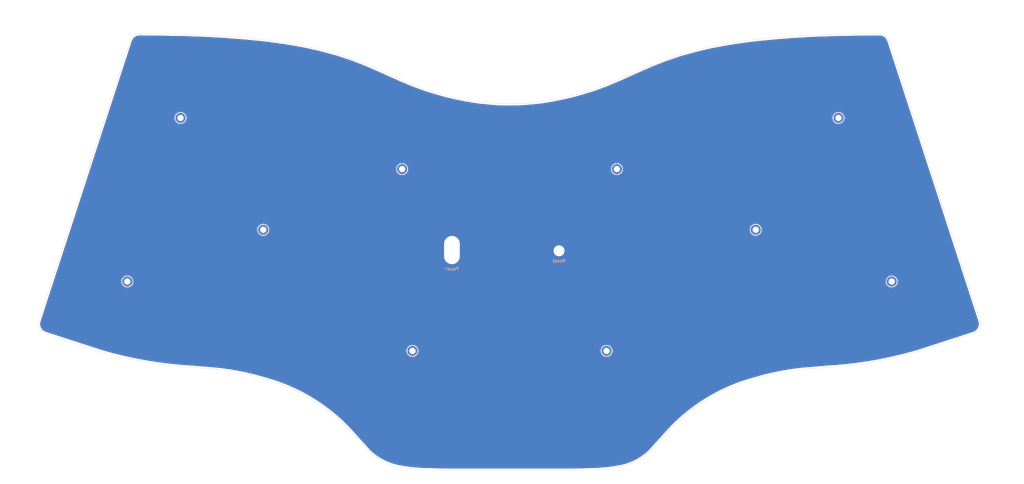
<source format=kicad_pcb>
(kicad_pcb (version 20211014) (generator pcbnew)
  (layers (0 "F.Cu" signal) (31 "B.Cu" signal) (34 "B.Paste" user) (35 "F.Paste" user) (36 "B.SilkS" user "B.Silkscreen") (37 "F.SilkS" user "F.Silkscreen") (38 "B.Mask" user) (39 "F.Mask" user) (44 "Edge.Cuts" user))
  (net 0 "")
  (net 1 "GND")
  (footprint "" (layer "F.Cu") (at 231.875513 114.021168)
    (fp_text reference "" (at 0 0) (layer "F.SilkS") (effects (font (size 1.27 1.27))))
    (fp_text value "" (at 0 0) (layer "F.SilkS") (effects (font (size 1.27 1.27))))
    (pad "" thru_hole circle locked (at 0 0 90) (size 4 4) (drill 3.5) (layers *.Cu *.Mask "Dwgs.User") (clearance 0.3))
  )
  (footprint "" (layer "F.Cu") (at 94.673566 123.775015)
    (fp_text reference "" (at 0 0) (layer "F.SilkS") (effects (font (size 1.27 1.27))))
    (fp_text value "" (at 0 0) (layer "F.SilkS") (effects (font (size 1.27 1.27))))
    (pad "" thru_hole circle locked (at 0 0 90) (size 3.2 3.2) (drill 2) (layers F&B.Cu *.Mask "Dwgs.User") (clearance 0.3))
  )
  (footprint "" (layer "F.Cu") (at 111.578153 71.748037)
    (fp_text reference "" (at 0 0) (layer "F.SilkS") (effects (font (size 1.27 1.27))))
    (fp_text value "" (at 0 0) (layer "F.SilkS") (effects (font (size 1.27 1.27))))
    (pad "" thru_hole circle locked (at 0 0 90) (size 3.2 3.2) (drill 2) (layers F&B.Cu *.Mask "Dwgs.User") (clearance 0.3))
  )
  (footprint "" (layer "F.Cu") (at 246.970277 145.85677)
    (fp_text reference "" (at 0 0) (layer "F.SilkS") (effects (font (size 1.27 1.27))))
    (fp_text value "" (at 0 0) (layer "F.SilkS") (effects (font (size 1.27 1.27))))
    (pad "" thru_hole circle locked (at 0 0 90) (size 3.2 3.2) (drill 2) (layers F&B.Cu *.Mask "Dwgs.User") (clearance 0.3))
  )
  (footprint "" (layer "F.Cu") (at 250.255544 88.010361)
    (fp_text reference "" (at 0 0) (layer "F.SilkS") (effects (font (size 1.27 1.27))))
    (fp_text value "" (at 0 0) (layer "F.SilkS") (effects (font (size 1.27 1.27))))
    (pad "" thru_hole circle locked (at 0 0 90) (size 3.2 3.2) (drill 2) (layers F&B.Cu *.Mask "Dwgs.User") (clearance 0.3))
  )
  (footprint "" (layer "F.Cu") (at 137.873092 107.318988)
    (fp_text reference "" (at 0 0) (layer "F.SilkS") (effects (font (size 1.27 1.27))))
    (fp_text value "" (at 0 0) (layer "F.SilkS") (effects (font (size 1.27 1.27))))
    (pad "" thru_hole circle locked (at 0 0 90) (size 3.2 3.2) (drill 2) (layers F&B.Cu *.Mask "Dwgs.User") (clearance 0.3))
  )
  (footprint "" (layer "F.Cu") (at 185.28494 145.856198)
    (fp_text reference "" (at 0 0) (layer "F.SilkS") (effects (font (size 1.27 1.27))))
    (fp_text value "" (at 0 0) (layer "F.SilkS") (effects (font (size 1.27 1.27))))
    (pad "" thru_hole circle locked (at 0 0 90) (size 3.2 3.2) (drill 2) (layers F&B.Cu *.Mask "Dwgs.User") (clearance 0.3))
  )
  (footprint "" (layer "F.Cu") (at 320.677064 71.748608)
    (fp_text reference "" (at 0 0) (layer "F.SilkS") (effects (font (size 1.27 1.27))))
    (fp_text value "" (at 0 0) (layer "F.SilkS") (effects (font (size 1.27 1.27))))
    (pad "" thru_hole circle locked (at 0 0 90) (size 3.2 3.2) (drill 2) (layers F&B.Cu *.Mask "Dwgs.User") (clearance 0.3))
  )
  (footprint "" (layer "F.Cu") (at 197.833514 113.767167)
    (fp_text reference "" (at 0 0) (layer "F.SilkS") (effects (font (size 1.27 1.27))))
    (fp_text value "" (at 0 0) (layer "F.SilkS") (effects (font (size 1.27 1.27))))
    (pad "" thru_hole oval locked (at 0 0 90) (size 10 6) (drill oval 9 5) (layers *.Cu *.Mask "Dwgs.User") (clearance 0.3))
  )
  (footprint "" (layer "F.Cu") (at 294.382124 107.319558)
    (fp_text reference "" (at 0 0) (layer "F.SilkS") (effects (font (size 1.27 1.27))))
    (fp_text value "" (at 0 0) (layer "F.SilkS") (effects (font (size 1.27 1.27))))
    (pad "" thru_hole circle locked (at 0 0 90) (size 3.2 3.2) (drill 2) (layers F&B.Cu *.Mask "Dwgs.User") (clearance 0.3))
  )
  (footprint "" (layer "F.Cu") (at 181.999669 88.009791)
    (fp_text reference "" (at 0 0) (layer "F.SilkS") (effects (font (size 1.27 1.27))))
    (fp_text value "" (at 0 0) (layer "F.SilkS") (effects (font (size 1.27 1.27))))
    (pad "" thru_hole circle locked (at 0 0 90) (size 3.2 3.2) (drill 2) (layers F&B.Cu *.Mask "Dwgs.User") (clearance 0.3))
  )
  (footprint "" (layer "F.Cu") (at 337.58165 123.775584)
    (fp_text reference "" (at 0 0) (layer "F.SilkS") (effects (font (size 1.27 1.27))))
    (fp_text value "" (at 0 0) (layer "F.SilkS") (effects (font (size 1.27 1.27))))
    (pad "" thru_hole circle locked (at 0 0 90) (size 3.2 3.2) (drill 2) (layers F&B.Cu *.Mask "Dwgs.User") (clearance 0.3))
  )
  (gr_line locked (start 274.237519 50.559606) (end 277.00638 49.822649) (layer "Edge.Cuts") (width 0.099999))
  (gr_line locked (start 280.409823 49.062422) (end 284.574716 48.274281) (layer "Edge.Cuts") (width 0.099999))
  (gr_line locked (start 147.680308 48.27428) (end 151.845204 49.062421) (layer "Edge.Cuts") (width 0.099999))
  (gr_line locked (start 216.127509 183.784169) (end 204.951512 183.784171) (layer "Edge.Cuts") (width 0.1))
  (gr_line locked (start 265.441909 53.296748) (end 270.462655 51.58762) (layer "Edge.Cuts") (width 0.099999))
  (gr_line locked (start 220.490664 67.208358) (end 226.028155 66.68801) (layer "Edge.Cuts") (width 0.099999))
  (gr_line locked (start 199.156879 65.412076) (end 202.311134 66.03608) (layer "Edge.Cuts") (width 0.099999))
  (gr_line locked (start 317.281872 150.992207) (end 320.457048 150.76752) (layer "Edge.Cuts") (width 0.099999))
  (gr_arc locked (start 181.60011 182.780329) (mid 176.288196 181.104044) (end 171.694106 177.954331) (layer "Edge.Cuts") (width 0.1))
  (gr_line locked (start 334.932865 45.270215) (end 335.339269 45.473408) (layer "Edge.Cuts") (width 0.099999))
  (gr_line locked (start 317.281872 150.992207) (end 309.535045 151.629521) (layer "Edge.Cuts") (width 0.099999))
  (gr_line locked (start 73.732215 114.49507) (end 95.696547 46.89581) (layer "Edge.Cuts") (width 0.1))
  (gr_line locked (start 97.728563 45.117813) (end 98.33815 45.016206) (layer "Edge.Cuts") (width 0.099999))
  (gr_line locked (start 114.113064 45.264232) (end 119.95112 45.4783) (layer "Edge.Cuts") (width 0.099999))
  (gr_line locked (start 119.95112 45.4783) (end 125.911452 45.823937) (layer "Edge.Cuts") (width 0.099999))
  (gr_line locked (start 335.948856 45.981415) (end 336.202887 46.28621) (layer "Edge.Cuts") (width 0.099999))
  (gr_line locked (start 166.813116 53.296746) (end 168.942742 54.137348) (layer "Edge.Cuts") (width 0.099999))
  (gr_line locked (start 184.955133 61.07876) (end 187.211688 61.924015) (layer "Edge.Cuts") (width 0.099999))
  (gr_line locked (start 287.606714 47.781845) (end 291.273296 47.266146) (layer "Edge.Cuts") (width 0.099999))
  (gr_line locked (start 306.343574 45.82394) (end 312.303905 45.478301) (layer "Edge.Cuts") (width 0.099999))
  (gr_line locked (start 239.8957 63.637796) (end 242.283803 62.914805) (layer "Edge.Cuts") (width 0.099999))
  (gr_line locked (start 125.911452 45.823937) (end 131.994063 46.301151) (layer "Edge.Cuts") (width 0.099999))
  (gr_line locked (start 336.406041 46.59101) (end 336.558478 46.89581) (layer "Edge.Cuts") (width 0.099999))
  (gr_line locked (start 105.985878 45.093302) (end 114.113064 45.264232) (layer "Edge.Cuts") (width 0.099999))
  (gr_line locked (start 258.681588 56.086343) (end 261.182662 54.977952) (layer "Edge.Cuts") (width 0.099999))
  (gr_line locked (start 144.648313 47.781844) (end 147.680308 48.27428) (layer "Edge.Cuts") (width 0.099999))
  (gr_line locked (start 131.994063 46.301151) (end 138.198913 46.90993) (layer "Edge.Cuts") (width 0.099999))
  (gr_line locked (start 101.031518 45.038724) (end 105.985878 45.093302) (layer "Edge.Cuts") (width 0.099999))
  (gr_line locked (start 151.845204 49.062421) (end 155.248647 49.822651) (layer "Edge.Cuts") (width 0.099999))
  (gr_line locked (start 335.339269 45.473408) (end 335.694892 45.72741) (layer "Edge.Cuts") (width 0.099999))
  (gr_line locked (start 177.32503 57.748934) (end 181.325796 59.547742) (layer "Edge.Cuts") (width 0.099999))
  (gr_arc locked (start 345.920459 146.008615) (mid 333.30783 149.02521) (end 320.457048 150.76752) (layer "Edge.Cuts") (width 0.1))
  (gr_line locked (start 187.211688 61.924015) (end 189.971224 62.914803) (layer "Edge.Cuts") (width 0.099999))
  (gr_line locked (start 138.198913 46.90993) (end 140.981732 47.266144) (layer "Edge.Cuts") (width 0.099999))
  (gr_line locked (start 245.04334 61.924016) (end 247.299895 61.078761) (layer "Edge.Cuts") (width 0.099999))
  (gr_line locked (start 284.574716 48.274281) (end 287.606714 47.781845) (layer "Edge.Cuts") (width 0.099999))
  (gr_line locked (start 216.127514 67.313168) (end 220.490664 67.208358) (layer "Edge.Cuts") (width 0.099999))
  (gr_line locked (start 236.877664 64.510973) (end 239.8957 63.637796) (layer "Edge.Cuts") (width 0.099999))
  (gr_line locked (start 140.981732 47.266144) (end 144.648313 47.781844) (layer "Edge.Cuts") (width 0.099999))
  (gr_line locked (start 277.00638 49.822649) (end 280.409823 49.062422) (layer "Edge.Cuts") (width 0.099999))
  (gr_line locked (start 95.848985 46.591009) (end 96.052138 46.28621) (layer "Edge.Cuts") (width 0.099999))
  (gr_line locked (start 227.303516 183.784169) (end 216.127514 183.784168) (layer "Edge.Cuts") (width 0.1))
  (gr_line locked (start 181.325796 59.547742) (end 184.955133 61.07876) (layer "Edge.Cuts") (width 0.099999))
  (gr_arc locked (start 122.719982 151.629523) (mid 130.73405 152.833329) (end 138.594552 154.804862) (layer "Edge.Cuts") (width 0.1))
  (gr_line locked (start 96.560137 45.727411) (end 96.915758 45.473409) (layer "Edge.Cuts") (width 0.099999))
  (gr_line locked (start 96.915758 45.473409) (end 97.322162 45.270215) (layer "Edge.Cuts") (width 0.099999))
  (gr_line locked (start 196.061511 183.784169) (end 187.933511 183.530171) (layer "Edge.Cuts") (width 0.1))
  (gr_line locked (start 161.792372 51.587621) (end 166.813116 53.296746) (layer "Edge.Cuts") (width 0.099999))
  (gr_line locked (start 111.797979 150.767524) (end 114.973155 150.992208) (layer "Edge.Cuts") (width 0.099999))
  (gr_arc locked (start 293.660474 154.804861) (mid 301.520976 152.833326) (end 309.535045 151.629521) (layer "Edge.Cuts") (width 0.1))
  (gr_line locked (start 244.321517 183.530167) (end 236.193515 183.784165) (layer "Edge.Cuts") (width 0.1))
  (gr_line locked (start 294.056114 46.909929) (end 300.260966 46.30115) (layer "Edge.Cuts") (width 0.099999))
  (gr_line locked (start 96.306169 45.981414) (end 96.560137 45.727411) (layer "Edge.Cuts") (width 0.099999))
  (gr_line locked (start 312.303905 45.478301) (end 318.141961 45.264228) (layer "Edge.Cuts") (width 0.099999))
  (gr_line locked (start 171.694106 177.954331) (end 164.630186 170.169195) (layer "Edge.Cuts") (width 0.1))
  (gr_line locked (start 195.377363 64.510973) (end 199.156879 65.412076) (layer "Edge.Cuts") (width 0.099999))
  (gr_arc locked (start 267.624844 170.169196) (mid 279.621419 160.756484) (end 293.660474 154.804861) (layer "Edge.Cuts") (width 0.1))
  (gr_line locked (start 345.920459 146.008615) (end 363.534597 140.285434) (layer "Edge.Cuts") (width 0.1))
  (gr_line locked (start 326.26915 45.093304) (end 331.223509 45.038724) (layer "Edge.Cuts") (width 0.099999))
  (gr_line locked (start 155.248647 49.822651) (end 158.01751 50.559604) (layer "Edge.Cuts") (width 0.099999))
  (gr_line locked (start 96.052138 46.28621) (end 96.306169 45.981414) (layer "Edge.Cuts") (width 0.099999))
  (gr_arc locked (start 187.93351 183.530171) (mid 184.754644 183.258011) (end 181.60011 182.780329) (layer "Edge.Cuts") (width 0.1))
  (gr_line locked (start 168.942742 54.137348) (end 171.072362 54.977951) (layer "Edge.Cuts") (width 0.099999))
  (gr_arc locked (start 68.720428 140.285434) (mid 66.847246 138.724996) (end 66.648947 136.295121) (layer "Edge.Cuts") (width 0.1))
  (gr_line locked (start 263.312286 54.137349) (end 265.441909 53.296748) (layer "Edge.Cuts") (width 0.099999))
  (gr_line locked (start 247.299895 61.078761) (end 250.92923 59.547742) (layer "Edge.Cuts") (width 0.099999))
  (gr_line locked (start 336.558478 46.89581) (end 358.52281 114.495071) (layer "Edge.Cuts") (width 0.1))
  (gr_line locked (start 250.92923 59.547742) (end 254.929997 57.748933) (layer "Edge.Cuts") (width 0.099999))
  (gr_line locked (start 158.01751 50.559604) (end 161.792372 51.587621) (layer "Edge.Cuts") (width 0.099999))
  (gr_arc locked (start 365.606076 136.295121) (mid 365.407699 138.724967) (end 363.534597 140.285434) (layer "Edge.Cuts") (width 0.1))
  (gr_arc locked (start 250.654918 182.780329) (mid 247.500384 183.258007) (end 244.321517 183.530167) (layer "Edge.Cuts") (width 0.1))
  (gr_line locked (start 173.573438 56.086343) (end 177.32503 57.748934) (layer "Edge.Cuts") (width 0.099999))
  (gr_line locked (start 242.283803 62.914805) (end 245.043339 61.924015) (layer "Edge.Cuts") (width 0.099999))
  (gr_arc locked (start 111.797979 150.767524) (mid 98.947194 149.02522) (end 86.334565 146.008615) (layer "Edge.Cuts") (width 0.1))
  (gr_line locked (start 270.462655 51.58762) (end 274.237519 50.559606) (layer "Edge.Cuts") (width 0.099999))
  (gr_line locked (start 211.764363 67.208362) (end 216.127514 67.313168) (layer "Edge.Cuts") (width 0.099999))
  (gr_line locked (start 358.52281 114.495071) (end 365.606076 136.295121) (layer "Edge.Cuts") (width 0.1))
  (gr_line locked (start 189.971224 62.914803) (end 192.359328 63.637795) (layer "Edge.Cuts") (width 0.099999))
  (gr_line locked (start 95.696547 46.89581) (end 95.848985 46.591009) (layer "Edge.Cuts") (width 0.099999))
  (gr_line locked (start 236.193515 183.784165) (end 227.303516 183.784169) (layer "Edge.Cuts") (width 0.1))
  (gr_line locked (start 331.223509 45.038724) (end 333.916877 45.016206) (layer "Edge.Cuts") (width 0.099999))
  (gr_line locked (start 97.322162 45.270215) (end 97.728563 45.117813) (layer "Edge.Cuts") (width 0.099999))
  (gr_line locked (start 204.951512 183.784171) (end 196.061511 183.784169) (layer "Edge.Cuts") (width 0.1))
  (gr_line locked (start 334.526465 45.117811) (end 334.932865 45.270215) (layer "Edge.Cuts") (width 0.099999))
  (gr_arc locked (start 260.560917 177.954328) (mid 255.966837 181.104059) (end 250.654918 182.780329) (layer "Edge.Cuts") (width 0.1))
  (gr_line locked (start 291.273296 47.266146) (end 294.056114 46.909929) (layer "Edge.Cuts") (width 0.099999))
  (gr_arc locked (start 138.594552 154.804862) (mid 152.633611 160.756484) (end 164.630186 170.169195) (layer "Edge.Cuts") (width 0.1))
  (gr_line locked (start 261.182662 54.977952) (end 263.312286 54.137349) (layer "Edge.Cuts") (width 0.099999))
  (gr_line locked (start 202.311134 66.03608) (end 206.226872 66.688006) (layer "Edge.Cuts") (width 0.099999))
  (gr_line locked (start 68.720428 140.285434) (end 86.334565 146.008615) (layer "Edge.Cuts") (width 0.1))
  (gr_line locked (start 233.098149 65.412077) (end 236.877664 64.510973) (layer "Edge.Cuts") (width 0.099999))
  (gr_line locked (start 122.719982 151.629523) (end 114.973155 150.992208) (layer "Edge.Cuts") (width 0.099999))
  (gr_line locked (start 229.943891 66.03608) (end 233.098149 65.412077) (layer "Edge.Cuts") (width 0.099999))
  (gr_line locked (start 206.226872 66.688006) (end 211.764363 67.208362) (layer "Edge.Cuts") (width 0.099999))
  (gr_line locked (start 98.33815 45.016206) (end 101.031518 45.038724) (layer "Edge.Cuts") (width 0.099999))
  (gr_line locked (start 254.929997 57.748933) (end 258.681588 56.086343) (layer "Edge.Cuts") (width 0.099999))
  (gr_line locked (start 192.359328 63.637795) (end 195.377363 64.510973) (layer "Edge.Cuts") (width 0.099999))
  (gr_line locked (start 267.624844 170.169196) (end 260.560917 177.954328) (layer "Edge.Cuts") (width 0.1))
  (gr_line locked (start 336.202887 46.28621) (end 336.406041 46.59101) (layer "Edge.Cuts") (width 0.099999))
  (gr_line locked (start 300.260966 46.30115) (end 306.343574 45.82394) (layer "Edge.Cuts") (width 0.099999))
  (gr_line locked (start 318.141961 45.264228) (end 326.26915 45.093304) (layer "Edge.Cuts") (width 0.099999))
  (gr_line locked (start 333.916877 45.016206) (end 334.526465 45.117811) (layer "Edge.Cuts") (width 0.099999))
  (gr_line locked (start 335.694892 45.72741) (end 335.948856 45.981415) (layer "Edge.Cuts") (width 0.099999))
  (gr_line locked (start 66.648947 136.295121) (end 73.732215 114.49507) (layer "Edge.Cuts") (width 0.1))
  (gr_line locked (start 171.072362 54.977951) (end 173.573438 56.086343) (layer "Edge.Cuts") (width 0.099999))
  (gr_line locked (start 226.028155 66.68801) (end 229.943891 66.03608) (layer "Edge.Cuts") (width 0.099999))
  (gr_text "Reset" (at 231.875513 117.221168) (layer "B.SilkS") (effects (font (size 1 1)) (justify mirror)))
  (gr_text "Power" (at 197.833514 119.767167) (layer "B.SilkS") (effects (font (size 1 1)) (justify mirror)))
  (zone locked (net 1) (net_name "GND") (layers F&B.Cu) (connect_pads (clearance 0.508)) (min_thickness 0.254) (fill yes (thermal_gap 0.508) (thermal_bridge_width 0.508) (island_removal_mode 1) (island_area_min 0))
    (polygon (pts (xy 379.646353 144.553874) (xy 310.590105 165.191373) (xy 258.202605 188.210122) (xy 178.827605 188.210124) (xy 134.377604 162.01637) (xy 54.208852 146.935121) (xy 89.927603 34.222623) (xy 135.965104 37.39762) (xy 168.508855 46.128871) (xy 189.146353 54.860121) (xy 215.340104 58.82887) (xy 249.471353 52.478871) (xy 270.902604 43.74762) (xy 297.890102 38.191371) (xy 340.752602 35.810123)))
  )
)
</source>
